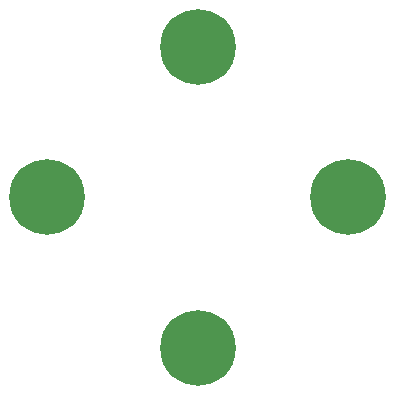
<source format=gbr>
%TF.GenerationSoftware,KiCad,Pcbnew,9.0.6-9.0.6~ubuntu24.04.1*%
%TF.CreationDate,2025-12-18T12:30:09+01:00*%
%TF.ProjectId,PCB_ENCODER,5043425f-454e-4434-9f44-45522e6b6963,rev?*%
%TF.SameCoordinates,Original*%
%TF.FileFunction,Soldermask,Bot*%
%TF.FilePolarity,Negative*%
%FSLAX46Y46*%
G04 Gerber Fmt 4.6, Leading zero omitted, Abs format (unit mm)*
G04 Created by KiCad (PCBNEW 9.0.6-9.0.6~ubuntu24.04.1) date 2025-12-18 12:30:09*
%MOMM*%
%LPD*%
G01*
G04 APERTURE LIST*
%ADD10C,0.800000*%
%ADD11C,6.400000*%
G04 APERTURE END LIST*
D10*
%TO.C,H2*%
X97850000Y-62250000D03*
X98552944Y-60552944D03*
X98552944Y-63947056D03*
X100250000Y-59850000D03*
D11*
X100250000Y-62250000D03*
D10*
X100250000Y-64650000D03*
X101947056Y-60552944D03*
X101947056Y-63947056D03*
X102650000Y-62250000D03*
%TD*%
%TO.C,H3*%
X85100000Y-49500000D03*
X85802944Y-47802944D03*
X85802944Y-51197056D03*
X87500000Y-47100000D03*
D11*
X87500000Y-49500000D03*
D10*
X87500000Y-51900000D03*
X89197056Y-47802944D03*
X89197056Y-51197056D03*
X89900000Y-49500000D03*
%TD*%
%TO.C,H4*%
X97850000Y-36750000D03*
X98552944Y-35052944D03*
X98552944Y-38447056D03*
X100250000Y-34350000D03*
D11*
X100250000Y-36750000D03*
D10*
X100250000Y-39150000D03*
X101947056Y-35052944D03*
X101947056Y-38447056D03*
X102650000Y-36750000D03*
%TD*%
%TO.C,H1*%
X110600000Y-49500000D03*
X111302944Y-47802944D03*
X111302944Y-51197056D03*
X113000000Y-47100000D03*
D11*
X113000000Y-49500000D03*
D10*
X113000000Y-51900000D03*
X114697056Y-47802944D03*
X114697056Y-51197056D03*
X115400000Y-49500000D03*
%TD*%
M02*

</source>
